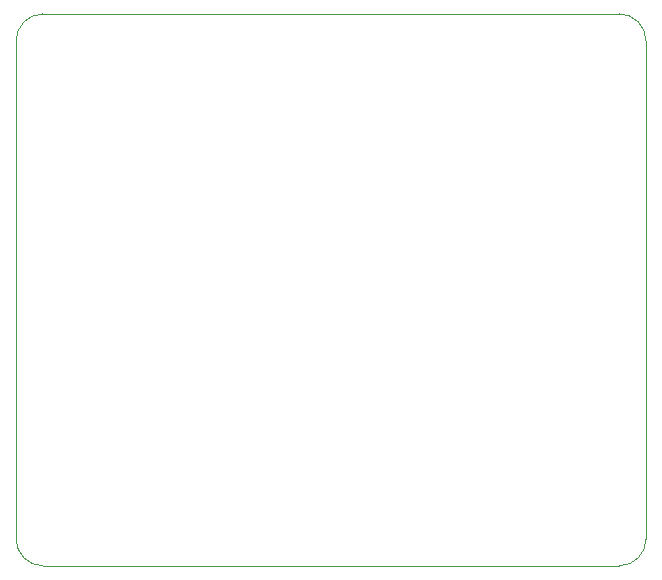
<source format=gbr>
G04 #@! TF.GenerationSoftware,KiCad,Pcbnew,(5.1.2-1)-1*
G04 #@! TF.CreationDate,2019-06-12T11:41:37-04:00*
G04 #@! TF.ProjectId,syringe_board,73797269-6e67-4655-9f62-6f6172642e6b,rev?*
G04 #@! TF.SameCoordinates,Original*
G04 #@! TF.FileFunction,Profile,NP*
%FSLAX46Y46*%
G04 Gerber Fmt 4.6, Leading zero omitted, Abs format (unit mm)*
G04 Created by KiCad (PCBNEW (5.1.2-1)-1) date 2019-06-12 11:41:37*
%MOMM*%
%LPD*%
G04 APERTURE LIST*
%ADD10C,0.050000*%
G04 APERTURE END LIST*
D10*
X141224000Y-106426000D02*
G75*
G02X138938000Y-108712000I-2286000J0D01*
G01*
X138938000Y-61976000D02*
G75*
G02X141224000Y-64262000I0J-2286000D01*
G01*
X87884000Y-64262000D02*
G75*
G02X90170000Y-61976000I2286000J0D01*
G01*
X90170000Y-108712000D02*
G75*
G02X87884000Y-106426000I0J2286000D01*
G01*
X87884000Y-64262000D02*
X87884000Y-106426000D01*
X138938000Y-61976000D02*
X90170000Y-61976000D01*
X141224000Y-106426000D02*
X141224000Y-64262000D01*
X90170000Y-108712000D02*
X138938000Y-108712000D01*
M02*

</source>
